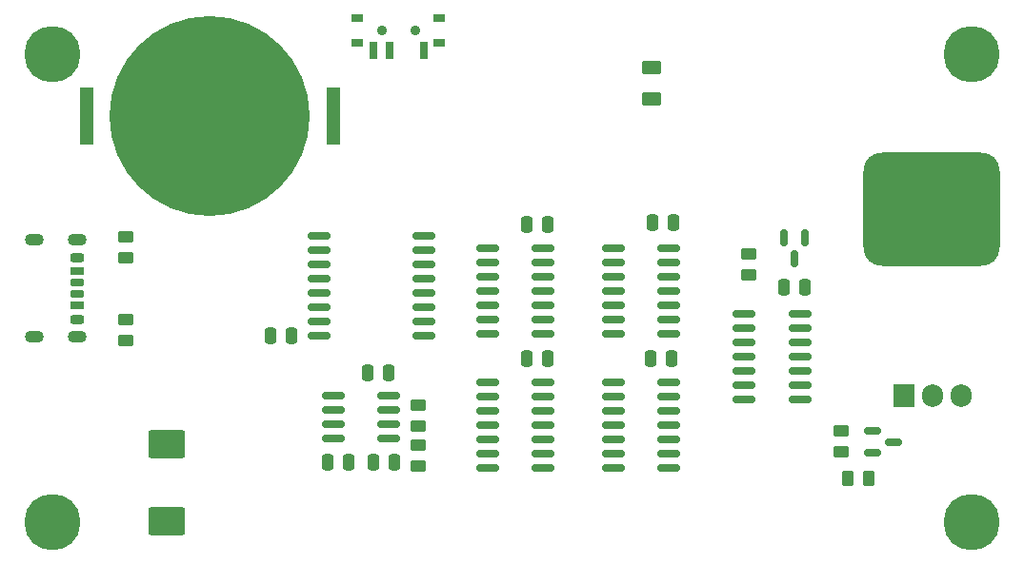
<source format=gts>
%TF.GenerationSoftware,KiCad,Pcbnew,8.0.2*%
%TF.CreationDate,2024-05-25T15:23:05+03:00*%
%TF.ProjectId,sos_business_card,736f735f-6275-4736-996e-6573735f6361,A*%
%TF.SameCoordinates,Original*%
%TF.FileFunction,Soldermask,Top*%
%TF.FilePolarity,Negative*%
%FSLAX46Y46*%
G04 Gerber Fmt 4.6, Leading zero omitted, Abs format (unit mm)*
G04 Created by KiCad (PCBNEW 8.0.2) date 2024-05-25 15:23:05*
%MOMM*%
%LPD*%
G01*
G04 APERTURE LIST*
G04 Aperture macros list*
%AMRoundRect*
0 Rectangle with rounded corners*
0 $1 Rounding radius*
0 $2 $3 $4 $5 $6 $7 $8 $9 X,Y pos of 4 corners*
0 Add a 4 corners polygon primitive as box body*
4,1,4,$2,$3,$4,$5,$6,$7,$8,$9,$2,$3,0*
0 Add four circle primitives for the rounded corners*
1,1,$1+$1,$2,$3*
1,1,$1+$1,$4,$5*
1,1,$1+$1,$6,$7*
1,1,$1+$1,$8,$9*
0 Add four rect primitives between the rounded corners*
20,1,$1+$1,$2,$3,$4,$5,0*
20,1,$1+$1,$4,$5,$6,$7,0*
20,1,$1+$1,$6,$7,$8,$9,0*
20,1,$1+$1,$8,$9,$2,$3,0*%
G04 Aperture macros list end*
%ADD10C,2.900000*%
%ADD11C,5.000000*%
%ADD12RoundRect,0.250000X-0.250000X-0.475000X0.250000X-0.475000X0.250000X0.475000X-0.250000X0.475000X0*%
%ADD13RoundRect,0.250000X1.400000X1.000000X-1.400000X1.000000X-1.400000X-1.000000X1.400000X-1.000000X0*%
%ADD14RoundRect,0.250000X0.450000X-0.262500X0.450000X0.262500X-0.450000X0.262500X-0.450000X-0.262500X0*%
%ADD15RoundRect,0.150000X-0.825000X-0.150000X0.825000X-0.150000X0.825000X0.150000X-0.825000X0.150000X0*%
%ADD16RoundRect,0.250000X-0.450000X0.262500X-0.450000X-0.262500X0.450000X-0.262500X0.450000X0.262500X0*%
%ADD17RoundRect,0.175000X-0.425000X0.175000X-0.425000X-0.175000X0.425000X-0.175000X0.425000X0.175000X0*%
%ADD18RoundRect,0.190000X0.410000X-0.190000X0.410000X0.190000X-0.410000X0.190000X-0.410000X-0.190000X0*%
%ADD19RoundRect,0.200000X0.400000X-0.200000X0.400000X0.200000X-0.400000X0.200000X-0.400000X-0.200000X0*%
%ADD20RoundRect,0.175000X0.425000X-0.175000X0.425000X0.175000X-0.425000X0.175000X-0.425000X-0.175000X0*%
%ADD21RoundRect,0.190000X-0.410000X0.190000X-0.410000X-0.190000X0.410000X-0.190000X0.410000X0.190000X0*%
%ADD22RoundRect,0.200000X-0.400000X0.200000X-0.400000X-0.200000X0.400000X-0.200000X0.400000X0.200000X0*%
%ADD23O,1.700000X1.100000*%
%ADD24RoundRect,0.250000X0.625000X-0.375000X0.625000X0.375000X-0.625000X0.375000X-0.625000X-0.375000X0*%
%ADD25RoundRect,0.150000X0.875000X0.150000X-0.875000X0.150000X-0.875000X-0.150000X0.875000X-0.150000X0*%
%ADD26R,1.000000X0.800000*%
%ADD27C,0.900000*%
%ADD28R,0.700000X1.500000*%
%ADD29R,1.905000X2.000000*%
%ADD30O,1.905000X2.000000*%
%ADD31RoundRect,1.654167X-4.406533X-3.387733X4.406533X-3.387733X4.406533X3.387733X-4.406533X3.387733X0*%
%ADD32RoundRect,0.150000X-0.150000X0.587500X-0.150000X-0.587500X0.150000X-0.587500X0.150000X0.587500X0*%
%ADD33RoundRect,0.250000X-0.262500X-0.450000X0.262500X-0.450000X0.262500X0.450000X-0.262500X0.450000X0*%
%ADD34RoundRect,0.150000X-0.587500X-0.150000X0.587500X-0.150000X0.587500X0.150000X-0.587500X0.150000X0*%
%ADD35R,1.270000X5.080000*%
%ADD36C,17.800000*%
G04 APERTURE END LIST*
D10*
%TO.C,J5*%
X119380000Y-92710000D03*
D11*
X119380000Y-92710000D03*
%TD*%
D12*
%TO.C,C3*%
X172532000Y-119761000D03*
X174432000Y-119761000D03*
%TD*%
D13*
%TO.C,D2*%
X129540000Y-134210000D03*
X129540000Y-127410000D03*
%TD*%
D12*
%TO.C,C2*%
X184343000Y-113411000D03*
X186243000Y-113411000D03*
%TD*%
%TO.C,C6*%
X138750000Y-117729000D03*
X140650000Y-117729000D03*
%TD*%
D14*
%TO.C,R4*%
X125857000Y-110767500D03*
X125857000Y-108942500D03*
%TD*%
D15*
%TO.C,U2*%
X158053000Y-121920000D03*
X158053000Y-123190000D03*
X158053000Y-124460000D03*
X158053000Y-125730000D03*
X158053000Y-127000000D03*
X158053000Y-128270000D03*
X158053000Y-129540000D03*
X163003000Y-129540000D03*
X163003000Y-128270000D03*
X163003000Y-127000000D03*
X163003000Y-125730000D03*
X163003000Y-124460000D03*
X163003000Y-123190000D03*
X163003000Y-121920000D03*
%TD*%
D16*
%TO.C,R2*%
X151892000Y-127508000D03*
X151892000Y-129333000D03*
%TD*%
D12*
%TO.C,C8*%
X147894000Y-129032000D03*
X149794000Y-129032000D03*
%TD*%
D15*
%TO.C,U4*%
X169229000Y-121920000D03*
X169229000Y-123190000D03*
X169229000Y-124460000D03*
X169229000Y-125730000D03*
X169229000Y-127000000D03*
X169229000Y-128270000D03*
X169229000Y-129540000D03*
X174179000Y-129540000D03*
X174179000Y-128270000D03*
X174179000Y-127000000D03*
X174179000Y-125730000D03*
X174179000Y-124460000D03*
X174179000Y-123190000D03*
X174179000Y-121920000D03*
%TD*%
D17*
%TO.C,J1*%
X121600000Y-113038000D03*
D18*
X121600000Y-115058000D03*
D19*
X121600000Y-116288000D03*
D20*
X121600000Y-114038000D03*
D21*
X121600000Y-112018000D03*
D22*
X121600000Y-110788000D03*
D23*
X121520000Y-109218000D03*
X117720000Y-109218000D03*
X121520000Y-117858000D03*
X117720000Y-117858000D03*
%TD*%
D12*
%TO.C,C4*%
X161483000Y-119761000D03*
X163383000Y-119761000D03*
%TD*%
D16*
%TO.C,R1*%
X151892000Y-123952000D03*
X151892000Y-125777000D03*
%TD*%
%TO.C,R7*%
X189484000Y-126214500D03*
X189484000Y-128039500D03*
%TD*%
D10*
%TO.C,J4*%
X119380000Y-134366000D03*
D11*
X119380000Y-134366000D03*
%TD*%
D24*
%TO.C,D1*%
X172593000Y-96650000D03*
X172593000Y-93850000D03*
%TD*%
D25*
%TO.C,U7*%
X152351000Y-117729000D03*
X152351000Y-116459000D03*
X152351000Y-115189000D03*
X152351000Y-113919000D03*
X152351000Y-112649000D03*
X152351000Y-111379000D03*
X152351000Y-110109000D03*
X152351000Y-108839000D03*
X143051000Y-108839000D03*
X143051000Y-110109000D03*
X143051000Y-111379000D03*
X143051000Y-112649000D03*
X143051000Y-113919000D03*
X143051000Y-115189000D03*
X143051000Y-116459000D03*
X143051000Y-117729000D03*
%TD*%
D12*
%TO.C,C5*%
X172659000Y-107696000D03*
X174559000Y-107696000D03*
%TD*%
D15*
%TO.C,U3*%
X169229000Y-109982000D03*
X169229000Y-111252000D03*
X169229000Y-112522000D03*
X169229000Y-113792000D03*
X169229000Y-115062000D03*
X169229000Y-116332000D03*
X169229000Y-117602000D03*
X174179000Y-117602000D03*
X174179000Y-116332000D03*
X174179000Y-115062000D03*
X174179000Y-113792000D03*
X174179000Y-112522000D03*
X174179000Y-111252000D03*
X174179000Y-109982000D03*
%TD*%
D26*
%TO.C,SW1*%
X153764000Y-91679000D03*
X153764000Y-89469000D03*
D27*
X151614000Y-90569000D03*
X148614000Y-90569000D03*
D26*
X146464000Y-91679000D03*
X146464000Y-89469000D03*
D28*
X152364000Y-92329000D03*
X149364000Y-92329000D03*
X147864000Y-92329000D03*
%TD*%
D16*
%TO.C,R3*%
X125857000Y-116308500D03*
X125857000Y-118133500D03*
%TD*%
%TO.C,R5*%
X181229000Y-110466500D03*
X181229000Y-112291500D03*
%TD*%
D29*
%TO.C,Q2*%
X195046600Y-123117650D03*
D30*
X197586600Y-123117650D03*
X200126600Y-123117650D03*
D31*
X197485000Y-106455250D03*
%TD*%
D12*
%TO.C,C9*%
X143830000Y-129032000D03*
X145730000Y-129032000D03*
%TD*%
D32*
%TO.C,Q1*%
X186243000Y-109044500D03*
X184343000Y-109044500D03*
X185293000Y-110919500D03*
%TD*%
D12*
%TO.C,C7*%
X161483000Y-107823000D03*
X163383000Y-107823000D03*
%TD*%
D15*
%TO.C,U1*%
X158053000Y-109982000D03*
X158053000Y-111252000D03*
X158053000Y-112522000D03*
X158053000Y-113792000D03*
X158053000Y-115062000D03*
X158053000Y-116332000D03*
X158053000Y-117602000D03*
X163003000Y-117602000D03*
X163003000Y-116332000D03*
X163003000Y-115062000D03*
X163003000Y-113792000D03*
X163003000Y-112522000D03*
X163003000Y-111252000D03*
X163003000Y-109982000D03*
%TD*%
D33*
%TO.C,R6*%
X190095500Y-130429000D03*
X191920500Y-130429000D03*
%TD*%
D34*
%TO.C,Q3*%
X192229500Y-126243000D03*
X192229500Y-128143000D03*
X194104500Y-127193000D03*
%TD*%
D12*
%TO.C,C1*%
X147386000Y-121031000D03*
X149286000Y-121031000D03*
%TD*%
D15*
%TO.C,U6*%
X144337000Y-123063000D03*
X144337000Y-124333000D03*
X144337000Y-125603000D03*
X144337000Y-126873000D03*
X149287000Y-126873000D03*
X149287000Y-125603000D03*
X149287000Y-124333000D03*
X149287000Y-123063000D03*
%TD*%
%TO.C,U5*%
X180848000Y-115824000D03*
X180848000Y-117094000D03*
X180848000Y-118364000D03*
X180848000Y-119634000D03*
X180848000Y-120904000D03*
X180848000Y-122174000D03*
X180848000Y-123444000D03*
X185798000Y-123444000D03*
X185798000Y-122174000D03*
X185798000Y-120904000D03*
X185798000Y-119634000D03*
X185798000Y-118364000D03*
X185798000Y-117094000D03*
X185798000Y-115824000D03*
%TD*%
D10*
%TO.C,J2*%
X201041000Y-134366000D03*
D11*
X201041000Y-134366000D03*
%TD*%
D10*
%TO.C,J3*%
X201041000Y-92710000D03*
D11*
X201041000Y-92710000D03*
%TD*%
D35*
%TO.C,BT1*%
X122365000Y-98171000D03*
X144335000Y-98171000D03*
D36*
X133350000Y-98171000D03*
%TD*%
M02*

</source>
